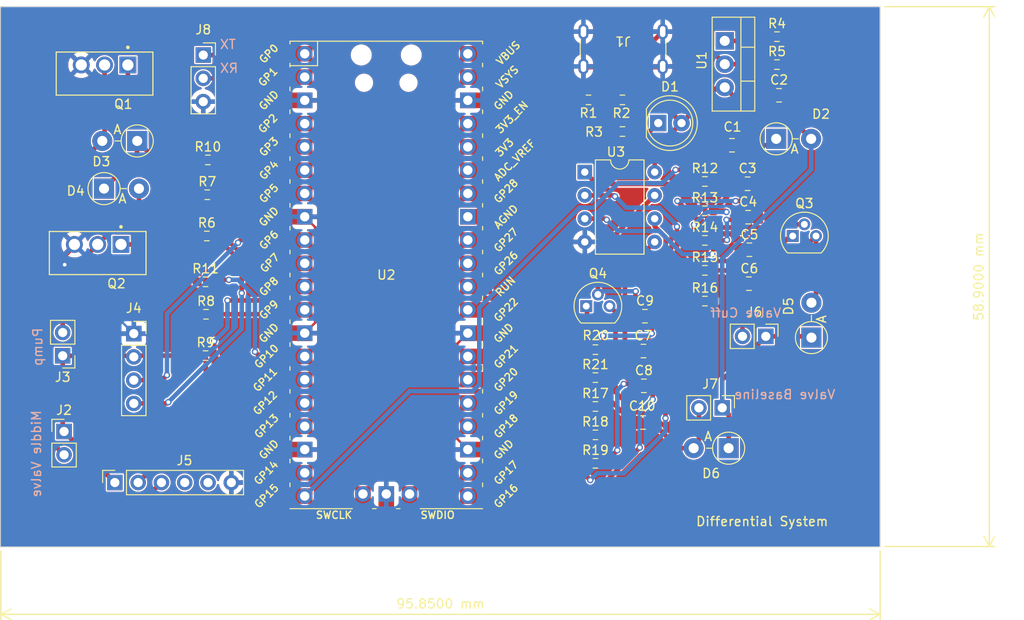
<source format=kicad_pcb>
(kicad_pcb (version 20221018) (generator pcbnew)
  (layers (0 "F.Cu" signal) (31 "B.Cu" signal) (34 "B.Paste" user) (35 "F.Paste" user) (36 "B.SilkS" user "B.Silkscreen") (37 "F.SilkS" user "F.Silkscreen") (38 "B.Mask" user) (39 "F.Mask" user) (44 "Edge.Cuts" user))
  (net 0 "")
  (net 1 "+5V")
  (net 2 "GND")
  (net 3 "+3.3V")
  (net 4 "Net-(C3-Pad1)")
  (net 5 "Net-(C3-Pad2)")
  (net 6 "Net-(U3A-+)")
  (net 7 "Net-(Q3-B)")
  (net 8 "Net-(U3A--)")
  (net 9 "Net-(D5-A)")
  (net 10 "Net-(Q3-E)")
  (net 11 "Net-(C7-Pad1)")
  (net 12 "Net-(C7-Pad2)")
  (net 13 "Net-(U3B-+)")
  (net 14 "Net-(Q4-B)")
  (net 15 "Net-(U3B--)")
  (net 16 "Net-(D6-A)")
  (net 17 "Net-(Q4-E)")
  (net 18 "Net-(D1-K)")
  (net 19 "Net-(D3-A)")
  (net 20 "Net-(D4-A)")
  (net 21 "Net-(J1-CC1)")
  (net 22 "Net-(J1-CC2)")
  (net 23 "/SDA1")
  (net 24 "/SCL1")
  (net 25 "/SDA0")
  (net 26 "/SCL0")
  (net 29 "/TX")
  (net 30 "/RX")
  (net 31 "Net-(Q1-G)")
  (net 32 "Net-(Q2-G)")
  (net 33 "Net-(U1-ADJ)")
  (net 34 "/Middle_Valve")
  (net 35 "/Pump")
  (net 36 "Cuff_Valve")
  (net 37 "Baseline_Valve")
  (footprint "Resistor_SMD:R_0603_1608Metric_Pad0.98x0.95mm_HandSolder" (layer "F.Cu") (at 214.96 134.52)
    (fp_text reference "R17")
    (fp_text value "100k")
  )
  (footprint "Capacitor_SMD:C_0805_2012Metric_Pad1.18x1.45mm_HandSolder" (layer "F.Cu") (at 234.985 100.57)
    (fp_text reference "C2")
    (fp_text value "1u")
  )
  (footprint "Resistor_SMD:R_0603_1608Metric_Pad0.98x0.95mm_HandSolder" (layer "F.Cu") (at 226.8975 119.67)
    (fp_text reference "R15")
    (fp_text value "100k")
  )
  (footprint "IRLZ44N:TO254P1054X469X1930-3" (layer "F.Cu") (at 160.7 117.78 180)
    (fp_text reference "Q2")
    (fp_text value "IRLIZ44N")
  )
  (footprint "Capacitor_SMD:C_0805_2012Metric_Pad1.18x1.45mm_HandSolder" (layer "F.Cu") (at 231.61 113.87)
    (fp_text reference "C4")
    (fp_text value "100n")
  )
  (footprint "Resistor_SMD:R_0603_1608Metric_Pad0.98x0.95mm_HandSolder" (layer "F.Cu") (at 214.96 140.72)
    (fp_text reference "R19")
    (fp_text value "100k")
  )
  (footprint "Resistor_SMD:R_0603_1608Metric_Pad0.98x0.95mm_HandSolder" (layer "F.Cu") (at 226.8975 116.4)
    (fp_text reference "R14")
    (fp_text value "100k")
  )
  (footprint "Diode_THT:D_DO-41_SOD81_P3.81mm_Vertical_AnodeUp" (layer "F.Cu") (at 234.667818 105.32)
    (fp_text reference "D2")
    (fp_text value "1N4002")
  )
  (footprint "Connector_PinHeader_2.54mm:PinHeader_1x02_P2.54mm_Vertical" (layer "F.Cu") (at 156.885 128.99 180)
    (fp_text reference "J3")
    (fp_text value "Pump")
  )
  (footprint "Connector_PinSocket_2.54mm:PinSocket_1x06_P2.54mm_Vertical" (layer "F.Cu") (at 162.57 142.82 90)
    (fp_text reference "J5")
    (fp_text value "Sensor_HX")
  )
  (footprint "Resistor_SMD:R_0603_1608Metric_Pad0.98x0.95mm_HandSolder" (layer "F.Cu") (at 214.205 101.07 180)
    (fp_text reference "R1")
    (fp_text value "5.1k")
  )
  (footprint "Package_TO_SOT_THT:TO-92" (layer "F.Cu") (at 236.47 115.92)
    (fp_text reference "Q3")
    (fp_text value "2N2222A")
  )
  (footprint "Connector_USB:USB_C_Receptacle_GCT_USB4125-xx-x-0190_6P_TopMnt_Horizontal" (layer "F.Cu") (at 217.975 94.42 180)
    (fp_text reference "J1")
    (fp_text value "USB_C_Receptacle_PowerOnly_6P")
  )
  (footprint "Connector_PinSocket_2.54mm:PinSocket_1x04_P2.54mm_Vertical" (layer "F.Cu") (at 164.635 126.57)
    (fp_text reference "J4")
    (fp_text value "Sensor_AMS")
  )
  (footprint "Resistor_SMD:R_0603_1608Metric_Pad0.98x0.95mm_HandSolder" (layer "F.Cu") (at 234.755 94.17)
    (fp_text reference "R4")
    (fp_text value "390")
  )
  (footprint "LED_THT:LED_D5.0mm" (layer "F.Cu") (at 221.81 103.6)
    (fp_text reference "D1")
    (fp_text value "LED")
  )
  (footprint "Capacitor_SMD:C_0805_2012Metric_Pad1.18x1.45mm_HandSolder" (layer "F.Cu") (at 231.7475 117.42 180)
    (fp_text reference "C5")
    (fp_text value "100n")
  )
  (footprint "MCU_RaspberryPi_and_Boards:RPi_Pico_SMD_TH" (layer "F.Cu") (at 192.16 120.17)
    (fp_text reference "U2")
    (fp_text value "Pico")
  )
  (footprint "Resistor_SMD:R_0603_1608Metric_Pad0.98x0.95mm_HandSolder" (layer "F.Cu") (at 226.8975 109.97)
    (fp_text reference "R12")
    (fp_text value "100k")
  )
  (footprint "Resistor_SMD:R_0603_1608Metric_Pad0.98x0.95mm_HandSolder" (layer "F.Cu") (at 226.8975 113.17)
    (fp_text reference "R13")
    (fp_text value "33k")
  )
  (footprint "Capacitor_SMD:C_0805_2012Metric_Pad1.18x1.45mm_HandSolder" (layer "F.Cu") (at 220.36 124.67)
    (fp_text reference "C9")
    (fp_text value "100n")
  )
  (footprint "Capacitor_SMD:C_0805_2012Metric_Pad1.18x1.45mm_HandSolder" (layer "F.Cu") (at 220.16 136.27 180)
    (fp_text reference "C10")
    (fp_text value "0.1u")
  )
  (footprint "Resistor_SMD:R_0603_1608Metric_Pad0.98x0.95mm_HandSolder" (layer "F.Cu") (at 214.96 137.62)
    (fp_text reference "R18")
    (fp_text value "33k")
  )
  (footprint "Package_TO_SOT_THT:TO-92" (layer "F.Cu") (at 213.96 123.57)
    (fp_text reference "Q4")
    (fp_text value "2N2222A")
  )
  (footprint "Resistor_SMD:R_0603_1608Metric_Pad0.98x0.95mm_HandSolder" (layer "F.Cu") (at 217.905 101.07)
    (fp_text reference "R2")
    (fp_text value "5.1k")
  )
  (footprint "Resistor_SMD:R_0603_1608Metric_Pad0.98x0.95mm_HandSolder" (layer "F.Cu") (at 214.96 128.32 180)
    (fp_text reference "R20")
    (fp_text value "100k")
  )
  (footprint "Resistor_SMD:R_0603_1608Metric_Pad0.98x0.95mm_HandSolder" (layer "F.Cu") (at 172.5975 115.92)
    (fp_text reference "R6")
    (fp_text value "4.7k")
  )
  (footprint "Resistor_SMD:R_0603_1608Metric_Pad0.98x0.95mm_HandSolder" (layer "F.Cu") (at 172.6475 111.42)
    (fp_text reference "R7")
    (fp_text value "4.7k")
  )
  (footprint "Resistor_SMD:R_0603_1608Metric_Pad0.98x0.95mm_HandSolder" (layer "F.Cu") (at 172.51 124.46)
    (fp_text reference "R8")
    (fp_text value "4.7k")
  )
  (footprint "Resistor_SMD:R_0603_1608Metric_Pad0.98x0.95mm_HandSolder" (layer "F.Cu") (at 217.905 104.52)
    (fp_text reference "R3")
    (fp_text value "2.52k")
  )
  (footprint "Diode_THT:D_DO-41_SOD81_P3.81mm_Vertical_AnodeUp" (layer "F.Cu") (at 229.482183 139.07 180)
    (fp_text reference "D6")
    (fp_text value "1N4002")
  )
  (footprint "Connector_PinHeader_2.54mm:PinHeader_1x02_P2.54mm_Vertical" (layer "F.Cu") (at 228.785 134.67 -90)
    (fp_text reference "J7")
    (fp_text value "Valve_Baseline")
  )
  (footprint "Resistor_SMD:R_0603_1608Metric_Pad0.98x0.95mm_HandSolder" (layer "F.Cu") (at 172.46 128.97)
    (fp_text reference "R9")
    (fp_text value "4.7k")
  )
  (footprint "Capacitor_SMD:C_0805_2012Metric_Pad1.18x1.45mm_HandSolder" (layer "F.Cu") (at 231.5525 110.22)
    (fp_text reference "C3")
    (fp_text value "1u")
  )
  (footprint "Package_TO_SOT_THT:TO-220-3_Vertical" (layer "F.Cu") (at 229.06 94.63 -90)
    (fp_text reference "U1")
    (fp_text value "LM317")
  )
  (footprint "Capacitor_SMD:C_0805_2012Metric_Pad1.18x1.45mm_HandSolder" (layer "F.Cu") (at 229.855 106.02 180)
    (fp_text reference "C1")
    (fp_text value "0.1u")
  )
  (footprint "Connector_PinHeader_2.54mm:PinHeader_1x02_P2.54mm_Vertical" (layer "F.Cu") (at 233.535 126.87 -90)
    (fp_text reference "J6")
    (fp_text value "Valve_Cuff")
  )
  (footprint "IRLZ44N:TO254P1054X469X1930-3" (layer "F.Cu") (at 161.45 98.2 180)
    (fp_text reference "Q1")
    (fp_text value "IRLIZ44N")
  )
  (footprint "Connector_PinHeader_2.54mm:PinHeader_1x02_P2.54mm_Vertical" (layer "F.Cu") (at 157.035 137.25)
    (fp_text reference "J2")
    (fp_text value "Middle_Valve")
  )
  (footprint "Resistor_SMD:R_0603_1608Metric_Pad0.98x0.95mm_HandSolder" (layer "F.Cu") (at 172.71 107.62)
    (fp_text reference "R10")
    (fp_text value "1k")
  )
  (footprint "Resistor_SMD:R_0603_1608Metric_Pad0.98x0.95mm_HandSolder" (layer "F.Cu") (at 172.46 120.92)
    (fp_text reference "R11")
    (fp_text value "1k")
  )
  (footprint "Diode_THT:D_DO-41_SOD81_P3.81mm_Vertical_AnodeUp" (layer "F.Cu") (at 238.51 127.007183 90)
    (fp_text reference "D5")
    (fp_text value "1N4002")
  )
  (footprint "Diode_THT:D_DO-41_SOD81_P3.81mm_Vertical_AnodeUp" (layer "F.Cu") (at 161.39 110.75)
    (fp_text reference "D4")
    (fp_text value "1N4002")
  )
  (footprint "Package_DIP:DIP-8_W7.62mm" (layer "F.Cu") (at 213.8 108.95)
    (fp_text reference "U3")
    (fp_text value "NJM2114")
  )
  (footprint "Resistor_SMD:R_0603_1608Metric_Pad0.98x0.95mm_HandSolder" (layer "F.Cu") (at 214.96 131.37)
    (fp_text reference "R21")
    (fp_text value "10")
  )
  (footprint "Connector_PinSocket_2.54mm:PinSocket_1x03_P2.54mm_Vertical" (layer "F.Cu") (at 172.21 96.18)
    (fp_text reference "J8")
    (fp_text value "UART")
  )
  (footprint "Resistor_SMD:R_0603_1608Metric_Pad0.98x0.95mm_HandSolder" (layer "F.Cu") (at 234.755 97.22)
    (fp_text reference "R5")
    (fp_text value "240")
  )
  (footprint "Capacitor_SMD:C_0805_2012Metric_Pad1.18x1.45mm_HandSolder" (layer "F.Cu") (at 231.6975 121.12 180)
    (fp_text reference "C6")
    (fp_text value "0.1u")
  )
  (footprint "Capacitor_SMD:C_0805_2012Metric_Pad1.18x1.45mm_HandSolder" (layer "F.Cu") (at 220.1975 128.47)
    (fp_text reference "C7")
    (fp_text value "1u")
  )
  (footprint "Resistor_SMD:R_0603_1608Metric_Pad0.98x0.95mm_HandSolder" (layer "F.Cu") (at 226.8975 123.02)
    (fp_text reference "R16")
    (fp_text value "10")
  )
  (footprint "Capacitor_SMD:C_0805_2012Metric_Pad1.18x1.45mm_HandSolder" (layer "F.Cu") (at 220.2475 132.27)
    (fp_text reference "C8")
    (fp_text value "100n")
  )
  (footprint "Diode_THT:D_DO-41_SOD81_P3.81mm_Vertical_AnodeUp" (layer "F.Cu") (at 165.01 105.55 180)
    (fp_text reference "D3")
    (fp_text value "1N4002")
  )
  (gr_rect (start 150.1 90.9) (end 246 149.85) (stroke (width 0.1)) (fill none) (layer "Edge.Cuts"))
  (gr_text "TX" (at 175.85 95.6) (layer "B.SilkS") (effects (font (size 1 1)) (justify left bottom mirror)))
  (gr_text "Middle Valve" (at 154.6 134.85 90) (layer "B.SilkS") (effects (font (size 1 1)) (justify left bottom mirror)))
  (gr_text "RX" (at 176.1 98.2) (layer "B.SilkS") (effects (font (size 1 1)) (justify left bottom mirror)))
  (gr_text "Valve Baseline " (at 241.2 133.8) (layer "B.SilkS") (effects (font (size 1 1)) (justify left bottom mirror)))
  (gr_text "Valve Cuff" (at 235.3 124.9) (layer "B.SilkS") (effects (font (size 1 1)) (justify left bottom mirror)))
  (gr_text "Pump" (at 154.75 125.85 90) (layer "B.SilkS") (effects (font (size 1 1)) (justify left bottom mirror)))
  (gr_text "Differential System" (at 225.85 147.65) (layer "F.SilkS") (effects (font (size 1 1)) (justify left bottom)))
  (dimension (type aligned) (layer "F.SilkS") (pts (xy 150.15 149.8) (xy 246 149.8)) (height 7.4) (gr_text "95.8500 mm" (at 198.075 156.05) (layer "F.SilkS") (effects (font (size 1 1) (thickness 0.15)))) (format (prefix "") (suffix "") (units 3) (units_format 1) (precision 4)) (style (thickness 0.15) (arrow_length 1.27) (text_position_mode 0) (extension_height 0.58642) (extension_offset 0.5) keep_text_aligned))
  (dimension (type aligned) (layer "F.SilkS") (pts (xy 246 90.9) (xy 246 149.8)) (height -11.9) (gr_text "58.9000 mm" (at 256.75 120.35 90) (layer "F.SilkS") (effects (font (size 1 1) (thickness 0.15)))) (format (prefix "") (suffix "") (units 3) (units_format 1) (precision 4)) (style (thickness 0.15) (arrow_length 1.27) (text_position_mode 0) (extension_height 0.58642) (extension_offset 0.5) keep_text_aligned))
  (segment (start 221.42 106.52) (end 224.37 103.57) (width 0.5) (layer "F.Cu") (net 1))
  (segment (start 216.455 96.9) (end 216.855 96.5) (width 0.5) (layer "F.Cu") (net 1))
  (segment (start 230.8925 106.02) (end 230.8925 101.5425) (width 0.5) (layer "F.Cu") (net 1))
  (segment (start 228.24 99.71) (end 224.35 103.6) (width 0.5) (layer "F.Cu") (net 1))
  (segment (start 216.455 97.5) (end 216.455 96.9) (width 0.5) (layer "F.Cu") (net 1))
  (segment (start 219.495 96.795) (end 219.495 97.5) (width 0.5) (layer "F.Cu") (net 1))
  (segment (start 228.23 99.71) (end 224.37 103.57) (width 0.5) (layer "F.Cu") (net 1))
  (segment (start 224.37 103.57) (end 219.495 98.695) (width 0.5) (layer "F.Cu") (net 1))
  (segment (start 219.495 98.695) (end 219.495 98.15) (width 0.5) (layer "F.Cu") (net 1))
  (segment (start 221.42 108.95) (end 221.42 106.52) (width 0.5) (layer "F.Cu") (net 1))
  (segment (start 219.495 98.15) (end 219.495 97.5) (width 0.5) (layer "F.Cu") (net 1))
  (segment (start 233.967818 106.02) (end 234.667818 105.32) (width 0.5) (layer "F.Cu") (net 1))
  (segment (start 219.2 96.5) (end 219.495 96.795) (width 0.5) (layer "F.Cu") (net 1))
  (segment (start 230.8925 106.02) (end 233.967818 106.02) (width 0.5) (layer "F.Cu") (net 1))
  (segment (start 224.35 103.6) (end 219.495 98.745) (width 0.5) (layer "F.Cu") (net 1))
  (segment (start 229.06 99.71) (end 228.23 99.71) (width 0.5) (layer "F.Cu") (net 1))
  (segment (start 219.495 98.745) (end 219.495 98.15) (width 0.5) (layer "F.Cu") (net 1))
  (segment (start 216.855 96.5) (end 219.2 96.5) (width 0.5) (layer "F.Cu") (net 1))
  (segment (start 229.06 99.71) (end 228.24 99.71) (width 0.5) (layer "F.Cu") (net 1))
  (segment (start 230.8925 101.5425) (end 229.06 99.71) (width 0.5) (layer "F.Cu") (net 1))
  (segment (start 220.725 97.5) (end 220.725 95.19) (width 0.5) (layer "F.Cu") (net 2))
  (segment (start 157.1 118.25) (end 157.1 119.05) (width 0.25) (layer "F.Cu") (net 2))
  (segment (start 220.725 95.19) (end 222.295 93.62) (width 0.5) (layer "F.Cu") (net 2))
  (segment (start 181.76 139.22) (end 183.27 139.22) (width 0.25) (layer "F.Cu") (net 2))
  (segment (start 172.21 101.26) (end 183.13 101.26) (width 0.25) (layer "F.Cu") (net 2))
  (segment (start 180.345 132.725) (end 179.96 132.34) (width 0.25) (layer "F.Cu") (net 2))
  (segment (start 183.27 113.82) (end 184.395 114.945) (width 0.25) (layer "F.Cu") (net 2))
  (segment (start 183.27 113.82) (end 181.22 113.82) (width 0.25) (layer "F.Cu") (net 2))
  (segment (start 201.05 126.52) (end 209.1975 126.52) (width 0.25) (layer "F.Cu") (net 2))
  (segment (start 194.845 132.725) (end 180.345 132.725) (width 0.25) (layer "F.Cu") (net 2))
  (segment (start 201.05 126.52) (end 194.845 132.725) (width 0.25) (layer "F.Cu") (net 2))
  (segment (start 179.96 137.42) (end 181.76 139.22) (width 0.25) (layer "F.Cu") (net 2))
  (segment (start 199.925 127.645) (end 199.925 138.095) (width 0.25) (layer "F.Cu") (net 2))
  (segment (start 183.27 113.82) (end 181.47 113.82) (width 0.25) (layer "F.Cu") (net 2))
  (segment (start 201.05 126.52) (end 199.925 127.645) (width 0.25) (layer "F.Cu") (net 2))
  (segment (start 179.96 132.34) (end 177.225 129.605) (width 0.25) (layer "F.Cu") (net 2))
  (segment (start 209.1975 126.52) (end 214.0475 131.37) (width 0.25) (layer "F.Cu") (net 2))
  (segment (start 177.225 129.605) (end 177.225 128.291116) (width 0.25) (layer "F.Cu") (net 2))
  (segment (start 183.13 101.26) (end 183.27 101.12) (width 0.25) (layer "F.Cu") (net 2))
  (segment (start 215.225 99.1375) (end 213.2925 101.07) (width 0.5) (layer "F.Cu") (net 2))
  (segment (start 158.3 117.05) (end 157.1 118.25) (width 0.25) (layer "F.Cu") (net 2))
  (segment (start 183.27 113.82) (end 181.76 113.82) (width 0.25) (layer "F.Cu") (net 2))
  (segment (start 222.215 97.5) (end 222.295 97.42) (width 0.5) (layer "F.Cu") (net 2))
  (segment (start 158.16 116.84) (end 158.16 116.91) (width 0.25) (layer "F.Cu") (net 2))
  (segment (start 215.225 97.5) (end 213.735 97.5) (width 0.5) (layer "F.Cu") (net 2))
  (segment (start 179.96 132.34) (end 179.96 137.42) (width 0.25) (layer "F.Cu") (net 2))
  (segment (start 215.225 97.5) (end 215.225 99.1375) (width 0.5) (layer "F.Cu") (net 2))
  (segment (start 213.735 97.5) (end 213.655 97.42) (width 0.5) (layer "F.Cu") (net 2))
  (segment (start 199.925 138.095) (end 201.05 139.22) (width 0.25) (layer "F.Cu") (net 2))
  (segment (start 158.16 116.91) (end 158.3 117.05) (width 0.25) (layer "F.Cu") (net 2))
  (segment (start 178.996116 126.52) (end 183.27 126.52) (width 0.25) (layer "F.Cu") (net 2))
  (segment (start 184.395 125.395) (end 183.27 126.52) (width 0.25) (layer "F.Cu") (net 2))
  (segment (start 220.725 97.5) (end 222.215 97.5) (width 0.5) (layer "F.Cu") (net 2))
  (segment (start 184.395 114.945) (end 184.395 125.395) (width 0.25) (layer "F.Cu") (net 2))
  (segment (start 177.225 128.291116) (end 178.996116 126.52) (width 0.25) (layer "F.Cu") (net 2))
  (segment (start 183.27 113.82) (end 180.77 113.82) (width 0.25) (layer "F.Cu") (net 2))
  (via (at 157.1 119.05) (size 0.7) (drill 0.4) (layers "F.Cu" "B.Cu") (net 2))
  (segment (start 157.1 119.05) (end 164.62 126.57) (width 0.25) (layer "B.Cu") (net 2))
  (segment (start 164.62 126.57) (end 164.635 126.57) (width 0.25) (layer "B.Cu") (net 2))
  (segment (start 171.5975 128.92) (end 171.5475 128.97) (width 0.5) (layer "F.Cu") (net 3))
  (segment (start 172.735 107.111858) (end 174.936858 104.91) (width 0.5) (layer "F.Cu") (net 3))
  (segment (start 157.035 137.25) (end 157.035 137.285) (width 0.5) (layer "F.Cu") (net 3))
  (segment (start 229.06 97.17) (end 233.7925 97.17) (width 0.5) (layer "F.Cu") (net 3))
  (segment (start 164.515 128.99) (end 164.635 129.11) (width 0.5) (layer "F.Cu") (net 3))
  (segment (start 171.5975 124.46) (end 171.5975 128.92) (width 0.5) (layer "F.Cu") (net 3))
  (segment (start 223.84 91.95) (end 229.06 97.17) (width 0.5) (layer "F.Cu") (net 3))
  (segment (start 228.785 131.62) (end 233.535 126.87) (width 0.5) (layer "F.Cu") (net 3))
  (segment (start 229.482183 135.367183) (end 228.785 134.67) (width 0.5) (layer "F.Cu") (net 3))
  (segment (start 164.987183 107.152817) (end 161.39 110.75) (width 0.5) (layer "F.Cu") (net 3))
  (segment (start 174.170762 117.5) (end 173.465762 116.795) (width 0.5) (layer "F.Cu") (net 3))
  (segment (start 204.521497 104.91) (end 212.3 97.131497) (width 0.5) (layer "F.Cu") (net 3))
  (segment (start 174.936858 104.91) (end 204.521497 104.91) (width 0.5) (layer "F.Cu") (net 3))
  (segment (start 212.3 97.131497) (end 212.3 91.95) (width 0.5) (layer "F.Cu") (net 3))
  (segment (start 233.535 126.87) (end 238.372817 126.87) (width 0.5) (layer "F.Cu") (net 3))
  (segment (start 164.775 128.97) (end 164.635 129.11) (width 0.5) (layer "F.Cu") (net 3))
  (segment (start 233.7925 97.17) (end 233.8425 97.22) (width 0.5) (layer "F.Cu") (net 3))
  (segment (start 171.735 111.42) (end 170.857183 111.42) (width 0.5) (layer "F.Cu") (net 3))
  (segment (start 172.435 117.5) (end 172.435 123.6225) (width 0.5) (layer "F.Cu") (net 3))
  (segment (start 171.685 111.47) (end 171.735 111.42) (width 0.5) (layer "F.Cu") (net 3))
  (segment (start 156.885 128.99) (end 156.885 137.1) (width 0.5) (layer "F.Cu") (net 3))
  (segment (start 172.735 108.128142) (end 172.735 107.111858) (width 0.5) (layer "F.Cu") (net 3))
  (segment (start 157.035 137.285) (end 162.57 142.82) (width 0.5) (layer "F.Cu") (net 3))
  (segment (start 171.685 115.92) (end 171.685 111.47) (width 0.5) (layer "F.Cu") (net 3))
  (segment (start 156.885 137.1) (end 157.035 137.25) (width 0.5) (layer "F.Cu") (net 3))
  (segment (start 172.6225 116.428142) (end 172.6225 108.240642) (width 0.5) (layer "F.Cu") (net 3))
  (segment (start 233.9475 100.789682) (end 233.9475 100.57) (width 0.5) (layer "F.Cu") (net 3))
  (segment (start 233.8425 97.22) (end 233.8425 100.465) (width 0.5) (layer "F.Cu") (net 3))
  (segment (start 212.3 91.95) (end 223.84 91.95) (width 0.5) (layer "F.Cu") (net 3))
  (segment (start 173.465762 116.795) (end 172.989358 116.795) (width 0.5) (layer "F.Cu") (net 3))
  (segment (start 238.372817 126.87) (end 238.51 127.007183) (width 0.5) (layer "F.Cu") (net 3))
  (segment (start 171.5475 128.97) (end 164.775 128.97) (width 0.5) (layer "F.Cu") (net 3))
  (segment (start 172.435 117.5) (end 174.170762 117.5) (width 0.5) (layer "F.Cu") (net 3))
  (segment (start 164.987183 105.55) (end 164.987183 107.152817) (width 0.5) (layer "F.Cu") (net 3))
  (segment (start 170.857183 111.42) (end 164.987183 105.55) (width 0.5) (layer "F.Cu") (net 3))
  (segment (start 228.785 134.67) (end 228.785 131.62) (width 0.5) (layer "F.Cu") (net 3))
  (segment (start 233.8425 100.465) (end 233.9475 100.57) (width 0.5) (layer "F.Cu") (net 3))
  (segment (start 172.435 123.6225) (end 171.5975 124.46) (width 0.5) (layer "F.Cu") (net 3))
  (segment (start 229.482183 139.07) (end 229.482183 135.367183) (width 0.5) (layer "F.Cu") (net 3))
  (segment (start 238.477818 105.32) (end 233.9475 100.789682) (width 0.5) (layer "F.Cu") (net 3))
  (segment (start 172.6225 108.240642) (end 172.735 108.128142) (width 0.5) (layer "F.Cu") (net 3))
  (segment (start 171.685 115.92) (end 172.435 116.67) (width 0.5) (layer "F.Cu") (net 3))
  (segment (start 156.885 128.99) (end 164.515 128.99) (width 0.5) (layer "F.Cu") (net 3))
  (segment (start 172.435 116.67) (end 172.435 117.5) (width 0.5) (layer "F.Cu") (net 3))
  (segment (start 172.989358 116.795) (end 172.6225 116.428142) (width 0.5) (layer "F.Cu") (net 3))
  (segment (start 228.785 134.67) (end 228.785 118.365) (width 0.5) (layer "B.Cu") (net 3))
  (segment (start 228.785 118.365) (end 238.477818 108.672182) (width 0.5) (layer "B.Cu") (net 3))
  (segment (start 238.477818 108.672182) (end 238.477818 105.32) (width 0.5) (layer "B.Cu") (net 3))
  (segment (start 225.7 114.7) (end 225.7 116.115) (width 0.5) (layer "F.Cu") (net 4))
  (segment (start 230.515 110.465) (end 227.81 113.17) (width 0.5) (layer "F.Cu") (net 4))
  (segment (start 227.81 113.17) (end 229.12 113.17) (width 0.5) (layer "F.Cu") (net 4))
  (segment (start 229.12 113.17) (end 229.25 113.3) (width 0.5) (layer "F.Cu") (net 4))
  (segment (start 230.265 109.97) (end 230.515 110.22) (width 0.5) (layer "F.Cu") (net 4))
  (segment (start 230.515 110.22) (end 230.515 110.465) (width 0.5) (layer "F.Cu") (net 4))
  (segment (start 227.81 109.97) (end 230.265 109.97) (width 0.5) (layer "F.Cu") (net 4))
  (segment (start 225.7 116.115) (end 225.985 116.4) (width 0.5) (layer "F.Cu") (net 4))
  (via (at 229.25 113.3) (size 0.7) (drill 0.4) (layers "F.Cu" "B.Cu") (net 4))
  (via (at 225.7 114.7) (size 0.7) (drill 0.4) (layers "F.Cu" "B.Cu") (net 4))
  (segment (start 229.25 113.3) (end 227.1 113.3) (width 0.5) (layer "B.Cu") (net 4))
  (segment (start 227.1 113.3) (end 225.7 114.7) (width 0.5) (layer "B.Cu") (net 4))
  (segment (start 232.59 112.1) (end 232.59 113.8125) (width 0.5) (layer "F.Cu") (net 5))
  (segment (start 230.25 112.1) (end 232.59 112.1) (width 0.5) (layer "F.Cu") (net 5))
  (segment (start 232.59 110.22) (end 232.59 112.1) (width 0.5) (layer "F.Cu") (net 5))
  (segment (start 232.59 113.8125) (end 232.6475 113.87) (width 0.5) (layer "F.Cu") (net 5))
  (segment (start 225.985 113.17) (end 224.97 113.17) (width 0.5) (layer "F.Cu") (net 5))
  (segment (start 224.97 113.17) (end 223.9 112.1) (width 0.5) (layer "F.Cu") (net 5))
  (via (at 223.9 112.1) (size 0.7) (drill 0.4) (layers "F.Cu" "B.Cu") (net 5))
  (via (at 230.25 112.1) (size 0.7) (drill 0.4) (layers "F.Cu" "B.Cu") (net 5))
  (segment (start 223.9 112.1) (end 230.25 112.1) (width 0.5) (layer "B.Cu") (net 5))
  (segment (start 216.08 114.03) (end 216.2 114.15) (width 0.5) (layer "F.Cu") (net 6))
  (segment (start 227.81 117.79) (end 227.81 116.4) (width 0.5) (layer "F.Cu") (net 6))
  (segment (start 230.292997 114.149503) (end 230.5725 113.87) (width 0.5) (layer "F.Cu") (net 6))
  (segment (start 213.8 114.03) (end 216.08 114.03) (width 0.5) (layer "F.Cu") (net 6))
  (segment (start 227.81 116.4) (end 229.25 116.4) (width 0.5) (layer "F.Cu") (net 6))
  (segment (start 227.7 117.9) (end 227.81 117.79) (width 0.5) (layer "F.Cu") (net 6))
  (segment (start 229.25 114.149503) (end 230.292997 114.149503) (width 0.5) (layer "F.Cu") (net 6))
  (segment (start 229.25 116.4) (end 229.3 116.35) (width 0.5) (layer "F.Cu") (net 6))
  (via (at 227.7 117.9) (size 0.7) (drill 0.4) (layers "F.Cu" "B.Cu") (net 6))
  (via (at 229.25 114.149503) (size 0.7) (drill 0.4) (layers "F.Cu" "B.Cu") (net 6))
  (via (at 216.2 114.15) (size 0.7) (drill 0.4) (layers "F.Cu" "B.Cu") (net 6))
  (via (at 229.3 116.35) (size 0.7) (drill 0.4) (layers "F.Cu" "B.Cu") (net 6))
  (segment (start 227.7 117.9) (end 224.447057 117.9) (width 0.5) (layer "B.Cu") (net 6))
  (segment (start 229.3 116.35) (end 229.3 114.199503) (width 0.5) (layer "B.Cu") (net 6))
  (segment (start 217.42 115.37) (end 216.2 114.15) (width 0.5) (layer "B.Cu") (net 6))
  (segment (start 224.447057 117.9) (end 221.917057 115.37) (width 0.5) (layer "B.Cu") (net 6))
  (segment (start 229.3 114.199503) (end 229.25 114.149503) (width 0.5) (layer "B.Cu") (net 6))
  (segment (start 221.917057 115.37) (end 217.42 115.37) (width 0.5) (layer "B.Cu") (net 6))
  (segment (start 228.239358 114.995) (end 230.36 114.995) (width 0.5) (layer "F.Cu") (net 7))
  (segment (start 226.9225 113.678142) (end 228.239358 114.995) (width 0.5) (layer "F.Cu") (net 7))
  (segment (start 213.8 108.95) (end 215.1 110.25) (width 0.5) (layer "F.Cu") (net 7))
  (segment (start 230.36 114.995) (end 232.785 117.42) (width 0.5) (layer "F.Cu") (net 7))
  (segment (start 226.9225 112.661858) (end 226.9225 113.678142) (width 0.5) (layer "F.Cu") (net 7))
  (segment (start 224.510642 110.25) (end 226.9225 112.661858) (width 0.5) (layer "F.Cu") (net 7))
  (segment (start 232.785 117.42) (end 235.555 114.65) (width 0.5) (layer "F.Cu") (net 7))
  (segment (start 235.555 114.65) (end 237.74 114.65) (width 0.5) (layer "F.Cu") (net 7))
  (segment (start 215.1 110.25) (end 224.510642 110.25) (width 0.5) (layer "F.Cu") (net 7))
  (segment (start 227.005 118.65) (end 225.985 119.67) (width 0.5) (layer "F.Cu") (net 8))
  (segment (start 223.85 114.9) (end 223.85 117.535) (width 0.5) (layer "F.Cu") (net 8))
  (segment (start 216.99 111.49) (end 217.1 111.6) (width 0.5) (layer "F.Cu") (net 8))
  (segment (start 213.8 111.49) (end 216.99 111.49) (width 0.5) (layer "F.Cu") (net 8))
  (segment (start 223.85 117.535) (end 225.985 119.67) (width 0.5) (layer "F.Cu") (net 8))
  (segment (start 230.71 117.42) (end 229.48 118.65) (width 0.5) (layer "F.Cu") (net 8))
  (segment (start 229.48 118.65) (end 227.005 118.65) (width 0.5) (layer "F.Cu") (net 8))
  (via (at 223.85 114.9) (size 0.7) (drill 0.4) (layers "F.Cu" "B.Cu") (net 8))
  (via (at 217.1 111.6) (size 0.7) (drill 0.4) (layers "F.Cu" "B.Cu") (net 8))
  (segment (start 218.33 112.83) (end 221.917057 112.83) (width 0.5) (layer "B.Cu") (net 8))
  (segment (start 221.917057 112.83) (end 223.85 114.762943) (width 0.5) (layer "B.Cu") (net 8))
  (segment (start 223.85 114.762943) (end 223.85 114.9) (width 0.5) (layer "B.Cu") (net 8))
  (segment (start 217.1 111.6) (end 218.33 112.83) (width 0.5) (layer "B.Cu") (net 8))
  (segment (start 233.81 121.12) (end 239.01 115.92) (width 0.5) (layer "F.Cu") (net 9))
  (segment (start 232.735 121.12) (end 233.81 121.12) (width 0.5) (layer "F.Cu") (net 9))
  (segment (start 230.995 126.87) (end 230.995 122.86) (width 0.5) (layer "F.Cu") (net 9))
  (segment (start 239.01 115.92) (end 239.01 122.697183) (width 0.5) (layer "F.Cu") (net 9))
  (segment (start 239.01 122.697183) (end 238.51 123.197183) (width 0.5) (layer "F.Cu") (net 9))
  (segment (start 230.995 122.86) (end 232.735 121.12) (width 0.5) (layer "F.Cu") (net 9))
  (segment (start 227.81 119.67) (end 229.21 119.67) (width 0.5) (layer "F.Cu") (net 10))
  (segment (start 230.996334 121.12) (end 236.196334 115.92) (width 0.5) (layer "F.Cu") (net 10))
  (segment (start 230.66 121.12) (end 230.996334 121.12) (width 0.5) (layer "F.Cu") (net 10))
  (segment (start 227.81 119.67) (end 227.81 123.02) (width 0.5) (layer "F.Cu") (net 10))
  (segment (start 236.196334 115.92) (end 236.47 115.92) (width 0.5) (layer "F.Cu") (net 10))
  (segment (start 229.21 119.67) (end 230.66 121.12) (width 0.5) (layer "F.Cu") (net 10))
  (segment (start 215.8725 134.52) (end 215.8725 137.62) (width 0.5) (layer "F.Cu") (net 11))
  (segment (start 222.6 128.096334) (end 222.6 135.8) (width 0.5) (layer "F.Cu") (net 11))
  (segment (start 221.848666 127.345) (end 222.6 128.096334) (width 0.5) (layer "F.Cu") (net 11))
  (segment (start 220.285 127.345) (end 221.848666 127.345) (width 0.5) (layer "F.Cu") (net 11))
  (segment (start 215.8725 138.895) (end 214.0475 140.72) (width 0.5) (layer "F.Cu") (net 11))
  (segment (start 215.8725 137.62) (end 215.8725 138.895) (width 0.5) (layer "F.Cu") (net 11))
  (segment (start 214.0475 142.1975) (end 214.4 142.55) (width 0.5) (layer "F.Cu") (net 11))
  (segment (start 214.0475 140.72) (end 214.0475 142.1975) (width 0.5) (layer "F.Cu") (net 11))
  (segment (start 219.16 128.47) (end 220.285 127.345) (width 0.5) (layer "F.Cu") (net 11))
  (via (at 222.6 135.8) (size 0.7) (drill 0.4) (layers "F.Cu" "B.Cu") (net 11))
  (via (at 214.4 142.55) (size 0.7) (drill 0.4) (layers "F.Cu" "B.Cu") (net 11))
  (segment (start 222.6 137.260661) (end 222.6 135.8) (width 0.5) (layer "B.Cu") (net 11))
  (segment (start 215.15 141.8) (end 218.060661 141.8) (width 0.5) (layer "B.Cu") (net 11))
  (segment (start 218.060661 141.8) (end 222.6 137.260661) (width 0.5) (layer "B.Cu") (net 11))
  (segment (start 214.4 142.55) (end 215.15 141.8) (width 0.5) (layer "B.Cu") (net 11))
  (segment (start 213.16 138.5075) (end 213.16 143.700661) (width 0.5) (layer "F.Cu") (net 12))
  (segment (start 221.285 128.52) (end 221.235 128.47) (width 0.5) (layer "F.Cu") (net 12))
  (segment (start 213.16 143.700661) (end 215.099339 143.700661) (width 0.5) (layer "F.Cu") (net 12))
  (segment (start 221.2 133.75) (end 221.2 132.355) (width 0.5) (layer "F.Cu") (net 12))
  (segment (start 214.0475 137.62) (end 213.16 138.5075) (width 0.5) (layer "F.Cu") (net 12))
  (segment (start 221.2 132.355) (end 221.285 132.27) (width 0.5) (layer "F.Cu") (net 12))
  (segment (start 221.285 132.27) (end 221.285 128.52) (width 0.5) (layer "F.Cu") (net 12))
  (segment (start 215.099339 143.700661) (end 219.8 139) (width 0.5) (layer "F.Cu") (net 12))
  (via (at 219.8 139) (size 0.7) (drill 0.4) (layers "F.Cu" "B.Cu") (net 12))
  (via (at 221.2 133.75) (size 0.7) (drill 0.4) (layers "F.Cu" "B.Cu") (net 12))
  (segment (start 219.8 135.15) (end 221.2 133.75) (width 0.5) (layer "B.Cu") (net 12))
  (segment (start 219.8 139) (end 219.8 135.15) (width 0.5) (layer "B.Cu") (net 12))
  (segment (start 215.93 140.72) (end 217.35 139.3) (width 0.5) (layer "F.Cu") (net 13))
  (segment (start 218.1725 119.8175) (end 218.1725 131.2325) (width 0.5) (layer "F.Cu") (net 13))
  (segment (start 215.8725 140.72) (end 215.93 140.72) (width 0.5) (layer "F.Cu") (net 13))
  (segment (start 221.42 116.57) (end 218.1725 119.8175) (width 0.5) (layer "F.Cu") (net 13))
  (segment (start 218.043727 132.056273) (end 218.996273 132.056273) (width 0.5) (layer "F.Cu") (net 13))
  (segment (start 218.996273 132.056273) (end 219.21 132.27) (width 0.5) (layer "F.Cu") (net 13))
  (segment (start 218.1725 131.2325) (end 219.21 132.27) (width 0.5) (layer "F.Cu") (net 13))
  (via (at 217.35 139.3) (size 0.7) (drill 0.4) (layers "F.Cu" "B.Cu") (net 13))
  (via (at 218.043727 132.056273) (size 0.7) (drill 0.4) (layers "F.Cu" "B.Cu") (net 13))
  (segment (start 217.35 132.75) (end 218.043727 132.056273) (width 0.5) (layer "B.Cu") (net 13))
  (segment (start 217.35 139.3) (end 217.35 132.75) (width 0.5) (layer "B.Cu") (net 13))
  (segment (start 215.23 117.68) (end 215.23 122.3) (width 0.5) (layer "F.Cu") (net 14))
  (segment (start 219.3225 121.9775) (end 219.35 121.95) (width 0.5) (layer "F.Cu") (net 14))
  (segment (start 221.42 111.49) (end 215.23 117.68) (width 0.5) (layer "F.Cu") (net 14))
  (segment (start 219.3225 124.67) (end 219.3225 121.9775) (width 0.5) (layer "F.Cu") (net 14))
  (via (at 219.35 121.95) (size 0.7) (drill 0.4) (layers "F.Cu" "B.Cu") (net 14))
  (segment (start 219.35 121.95) (end 215.58 121.95) (width 0.5) (layer "B.Cu") (net 14))
  (segment (start 215.58 121.95) (end 215.23 122.3) (width 0.5) (layer "B.Cu") (net 14))
  (segment (start 221.42 114.872943) (end 222.62 116.072943) (width 0.5) (layer "F.Cu") (net 15))
  (segment (start 221.42 114.03) (end 221.42 114.872943) (width 0.5) (layer "F.Cu") (net 15))
  (segment (start 222.62 116.072943) (end 222.62 123.4475) (width 0.5) (layer "F.Cu") (net 15))
  (segment (start 222.62 123.4475) (end 221.3975 124.67) (width 0.5) (layer "F.Cu") (net 15))
  (segment (start 221.1 124.9675) (end 221.3975 124.67) (width 0.5) (layer "F.Cu") (net 15))
  (segment (start 215.8725 128.32) (end 215.8725 126.8725) (width 0.5) (layer "F.Cu") (net 15))
  (segment (start 221.1 126.55) (end 221.1 124.9675) (width 0.5) (layer "F.Cu") (net 15))
  (segment (start 215.8725 126.8725) (end 215.8 126.8) (width 0.5) (layer "F.Cu") (net 15))
  (via (at 215.8 126.8) (size 0.7) (drill 0.4) (layers "F.Cu" "B.Cu") (net 15))
  (via (at 221.1 126.55) (size 0.7) (drill 0.4) (layers "F.Cu" "B.Cu") (net 15))
  (segment (start 220.85 126.8) (end 221.1 126.55) (width 0.5) (layer "B.Cu") (net 15))
  (segment (start 215.8 126.8) (end 220.85 126.8) (width 0.5) (layer "B.Cu") (net 15))
  (segment (start 226.245 134.67) (end 226.245 138.497183) (width 0.5) (layer "F.Cu") (net 16))
  (segment (start 219.345 135.145) (end 217.149999 132.949999) (width 0.5) (layer "F.Cu") (net 16))
  (segment (start 217.149999 124.219999) (end 216.5 123.57) (width 0.5) (layer "F.Cu") (net 16))
  (segment (start 225.672183 139.07) (end 223.9975 139.07) (width 0.5) (layer "F.Cu") (net 16))
  (segment (start 223.9975 139.07) (end 221.1975 136.27) (width 0.5) (layer "F.Cu") (net 16))
  (segment (start 220.0725 135.145) (end 219.345 135.145) (width 0.5) (layer "F.Cu") (net 16))
  (segment (start 217.149999 132.949999) (end 217.149999 124.219999) (width 0.5) (layer "F.Cu") (net 16))
  (segment (start 221.1975 136.27) (end 220.0725 135.145) (width 0.5) (layer "F.Cu") (net 16))
  (segment (start 226.245 138.497183) (end 225.672183 139.07) (width 0.5) (layer "F.Cu") (net 16))
  (segment (start 214.0475 123.6575) (end 213.96 123.57) (width 0.5) (layer "F.Cu") (net 17))
  (segment (start 214.0475 128.32) (end 214.0475 123.6575) (width 0.5) (layer "F.Cu") (net 17))
  (segment (start 214.0475 128.32) (end 214.0475 129.545) (width 0.5) (layer "F.Cu") (net 17))
  (segment (start 215.8725 131.37) (end 215.8725 133.124358) (width 0.5) (layer "F.Cu") (net 17))
  (segment (start 219.018142 136.27) (end 219.1225 136.27) (width 0.5) (layer "F.Cu") (net 17))
  (segment (start 215.8725 133.124358) (end 219.018142 136.27) (width 0.5) (layer "F.Cu") (net 17))
  (segment (start 214.0475 129.545) (end 215.8725 131.37) (width 0.5) (layer "F.Cu") (net 17))
  (segment (start 220.88 104.52) (end 221.83 103.57) (width 0.5) (layer "F.Cu") (net 18))
  (segment (start 218.8175 104.52) (end 220.88 104.52) (width 0.5) (layer "F.Cu") (net 18))
  (segment (start 161.45 105.3) (end 161.2 105.55) (width 0.5) (layer "F.Cu") (net 19))
  (segment (start 157.035 139.79) (end 155.635 138.39) (width 0.5) (layer "F.Cu") (net 19))
  (segment (start 155.635 111.092183) (end 161.177183 105.55) (width 0.5) (layer "F.Cu") (net 19))
  (segment (start 155.635 138.39) (end 155.635 111.092183) (width 0.5) (layer "F.Cu") (net 19))
  (segment (start 161.45 105.277183) (end 161.177183 105.55) (width 0.5) (layer "F.Cu") (net 19))
  (segment (start 161.45 97.26) (end 161.45 105.3) (width 0.5) (layer "F.Cu") (net 19))
  (segment (start 156.885 120.655) (end 160.7 116.84) (width 0.5) (layer "F.Cu") (net 20))
  (segment (start 165.2 110.75) (end 165.2 112.34) (width 0.5) (layer "F.Cu") (net 20))
  (segment (start 156.885 126.45) (end 156.885 120.655) (width 0.5) (layer "F.Cu") (net 20))
  (segment (start 165.2 112.34) (end 160.7 116.84) (width 0.5) (layer "F.Cu") (net 20))
  (segment (start 218.475 99.5875) (end 218.475 97.5) (width 0.5) (layer "F.Cu") (net 21))
  (segment (start 216.9925 101.07) (end 218.475 99.5875) (width 0.5) (layer "F.Cu") (net 21))
  (segment (start 217.475 98.7125) (end 217.475 97.5) (width 0.5) (layer "F.Cu") (net 22))
  (segment (start 215.1175 101.07) (end 217.475 98.7125) (width 0.5) (layer "F.Cu") (net 22))
  (segment (start 173.56 111.42) (end 178.5 116.36) (width 0.5) (layer "F.Cu") (net 23))
  (segment (start 176 116.65) (end 176.29 116.36) (width 0.5) (layer "F.Cu") (net 23))
  (segment (start 176.29 116.36) (end 183.27 116.36) (width 0.5) (layer "F.Cu") (net 23))
  (segment (start 178.5 116.36) (end 183.27 116.36) (width 0.5) (layer "F.Cu") (net 23))
  (segment (start 164.635 131.65) (end 167.7 131.65) (width 0.5) (layer "F.Cu") (net 23))
  (segment (start 167.7 131.65) (end 168.25 131.1) (width 0.5) (layer "F.Cu") (net 23))
  (via (at 176 116.65) (size 0.7) (drill 0.4) (layers "F.Cu" "B.Cu") (net 23))
  (via (at 168.25 131.1) (size 0.7) (drill 0.4) (layers "F.Cu" "B.Cu") (net 23))
  (segment (start 168.25 131.1) (end 168.25 124.4) (width 0.5) (layer "B.Cu") (net 23))
  (segment (start 168.25 124.4) (end 176 116.65) (width 0.5) (layer "B.Cu") (net 23))
  (segment (start 164.635 134.19) (end 168.26 134.19) (width 0.5) (layer "F.Cu") (net 24))
  (segment (start 176.4 118.99) (end 176.49 118.9) (width 0.5) (layer "F.Cu") (net 24))
  (segment (start 176.4 122.15) (end 176.4 118.99) (width 0.5) (layer "F.Cu") (net 24))
  (segment (start 176.49 118.9) (end 183.27 118.9) (width 0.5) (layer "F.Cu") (net 24))
  (segment (start 173.51 115.92) (end 176.49 118.9) (width 0.5) (layer "F.Cu") (net 24))
  (segment (start 168.26 134.19) (end 168.4 134.05) (width 0.5) (layer "F.Cu") (net 24))
  (via (at 176.4 122.15) (size 0.7) (drill 0.4) (layers "F.Cu" "B.Cu") (net 24))
  (via (at 168.4 134.05) (size 0.7) (drill 0.4) (layers "F.Cu" "B.Cu") (net 24))
  (segment (start 168.4 134.05) (end 176.4 126.05) (width 0.5) (layer "B.Cu") (net 24))
  (segment (start 176.4 126.05) (end 176.4 122.15) (width 0.5) (layer "B.Cu") (net 24))
  (segment (start 173.4 128.9425) (end 173.3725 128.97) (width 0.5) (layer "F.Cu") (net 25))
  (segment (start 180 122.95) (end 174.85 122.95) (width 0.5) (layer "F.Cu") (net 25))
  (segment (start 183.27 121.44) (end 181.51 121.44) (width 0.5) (layer "F.Cu") (net 25))
  (segment (start 181.51 121.44) (end 180 122.95) (width 0.5) (layer "F.Cu") (net 25))
  (segment (start 165.11 142.82) (end 173.3725 134.5575) (width 0.5) (layer "F.Cu") (net 25))
  (segment (start 173.3725 134.5575) (end 173.3725 128.97) (width 0.5) (layer "F.Cu") (net 25))
  (segment (start 173.4 127.4) (end 173.4 128.9425) (width 0.5) (layer "F.Cu") (net 25))
  (via (at 173.4 127.4) (size 0.7) (drill 0.4) (layers "F.Cu" "B.Cu") (net 25))
  (via (at 174.85 122.95) (size 0.7) (drill 0.4) (layers "F.Cu" "B.Cu") (net 25))
  (segment (start 174.85 122.95) (end 174.85 125.95) (width 0.5) (layer "B.Cu") (net 25))
  (segment (start 174.85 125.95) (end 173.4 127.4) (width 0.5) (layer "B.Cu") (net 25))
  (segment (start 173.4225 124.46) (end 182.79 124.46) (width 0.5) (layer "F.Cu") (net 26))
  (segment (start 164.592233 144.07) (end 163.86 143.337767) (width 0.5) (layer "F.Cu") (net 26))
  (segment (start 172.485 133.677233) (end 172.485 125.3975) (width 0.5) (layer "F.Cu") (net 26))
  (segment (start 163.86 143.337767) (end 163.86 142.302233) (width 0.5) (layer "F.Cu") (net 26))
  (segment (start 182.79 124.46) (end 183.27 123.98) (width 0.5) (layer "F.Cu") (net 26))
  (segment (start 167.65 142.82) (end 166.4 144.07) (width 0.5) (layer "F.Cu") (net 26))
  (segment (start 163.86 142.302233) (end 172.485 133.677233) (width 0.5) (layer "F.Cu") (net 26))
  (segment (start 172.485 125.3975) (end 173.4225 124.46) (width 0.5) (layer "F.Cu") (net 26))
  (segment (start 166.4 144.07) (end 164.592233 144.07) (width 0.5) (layer "F.Cu") (net 26))
  (segment (start 172.21 96.18) (end 183.13 96.18) (width 0.5) (layer "F.Cu") (net 29))
  (segment (start 183.13 96.18) (end 183.27 96.04) (width 0.5) (layer "F.Cu") (net 29))
  (segment (start 172.21 98.72) (end 183.13 98.72) (width 0.5) (layer "F.Cu") (net 30))
  (segment (start 183.13 98.72) (end 183.27 98.58) (width 0.5) (layer "F.Cu") (net 30))
  (segment (start 163.99 99.8125) (end 171.7975 107.62) (width 0.5) (layer "F.Cu") (net 31))
  (segment (start 163.99 97.26) (end 163.99 99.8125) (width 0.5) (layer "F.Cu") (net 31))
  (segment (start 167.4675 116.84) (end 171.5475 120.92) (width 0.5) (layer "F.Cu") (net 32))
  (segment (start 163.24 116.84) (end 167.4675 116.84) (width 0.5) (layer "F.Cu") (net 32))
  (segment (start 233.3825 94.63) (end 233.8425 94.17) (width 0.5) (layer "F.Cu") (net 33))
  (segment (start 233.8425 94.17) (end 233.8425 95.395) (width 0.5) (layer "F.Cu") (net 33))
  (segment (start 233.8425 95.395) (end 235.6675 97.22) (width 0.5) (layer "F.Cu") (net 33))
  (segment (start 229.06 94.63) (end 233.3825 94.63) (width 0.5) (layer "F.Cu") (net 33))
  (segment (start 187.05 115.4) (end 187.05 127.82) (width 0.5) (layer "F.Cu") (net 34))
  (segment (start 187.05 107.49) (end 187.05 115.4) (width 0.5) (layer "F.Cu") (net 34))
  (segment (start 173.6225 107.62) (end 173.7525 107.49) (width 0.5) (layer "F.Cu") (net 34))
  (segment (start 187.05 127.82) (end 183.27 131.6) (width 0.5) (layer "F.Cu") (net 34))
  (segment (start 173.7525 107.49) (end 187.05 107.49) (width 0.5) (layer "F.Cu") (net 34))
  (segment (start 175 120.7) (end 173.5925 120.7) (width 0.5) (layer "F.Cu") (net 35))
  (segment (start 178.36 129.06) (end 177.85 128.55) (width 0.5) (layer "F.Cu") (net 35))
  (segment (start 183.27 129.06) (end 178.36 129.06) (width 0.5) (layer "F.Cu") (net 35))
  (segment (start 173.5925 120.7) (end 173.3725 120.92) (width 0.5) (layer "F.Cu") (net 35))
  (via (at 177.85 128.55) (size 0.7) (drill 0.4) (layers "F.Cu" "B.Cu") (net 35))
  (via (at 175 120.7) (size 0.7) (drill 0.4) (layers "F.Cu" "B.Cu") (net 35))
  (segment (start 177.85 128.55) (end 177.85 122.539339) (width 0.5) (layer "B.Cu") (net 35))
  (segment (start 177.85 122.539339) (end 176.010661 120.7) (width 0.5) (layer "B.Cu") (net 35))
  (segment (start 176.010661 120.7) (end 175 120.7) (width 0.5) (layer "B.Cu") (net 35))
  (segment (start 225.985 109.97) (end 224.715 108.7) (width 0.5) (layer "F.Cu") (net 36))
  (segment (start 224.715 108.7) (end 223.7 108.7) (width 0.5) (layer "F.Cu") (net 36))
  (via (at 223.7 108.7) (size 0.7) (drill 0.4) (layers "F.Cu" "B.Cu") (net 36))
  (segment (start 202.3 123.75) (end 202.3 132.117767) (width 0.5) (layer "B.Cu") (net 36))
  (segment (start 201.567767 132.85) (end 194.72 132.85) (width 0.5) (layer "B.Cu") (net 36))
  (segment (start 214.77 112.83) (end 213.22 112.83) (width 0.5) (layer "B.Cu") (net 36))
  (segment (start 222.25 110.15) (end 217.45 110.15) (width 0.5) (layer "B.Cu") (net 36))
  (segment (start 202.3 132.117767) (end 201.567767 132.85) (width 0.5) (layer "B.Cu") (net 36))
  (segment (start 194.72 132.85) (end 183.27 144.3) (width 0.5) (layer "B.Cu") (net 36))
  (segment (start 217.45 110.15) (end 214.77 112.83) (width 0.5) (layer "B.Cu") (net 36))
  (segment (start 213.22 112.83) (end 202.3 123.75) (width 0.5) (layer "B.Cu") (net 36))
  (segment (start 223.7 108.7) (end 222.25 110.15) (width 0.5) (layer "B.Cu") (net 36))
  (segment (start 204.2675 144.3) (end 214.0475 134.52) (width 0.5) (layer "F.Cu") (net 37))
  (segment (start 201.05 144.3) (end 204.2675 144.3) (width 0.5) (layer "F.Cu") (net 37))
  (zone (net 2) (net_name "GND") (layer "F.Cu") (connect_pads (clearance 0)) (min_thickness 0.25) (fill yes (thermal_gap 0.5) (thermal_bridge_width 0.5))
    (polygon (pts (xy 150.15 149.8) (xy 246 149.8) (xy 246 90.9) (xy 150.05 90.9) (xy 150.05 149.7)))
  )
  (zone (net 2) (net_name "GND") (layer "B.Cu") (connect_pads (clearance 0)) (min_thickness 0.25) (fill yes (thermal_gap 0.5) (thermal_bridge_width 0.5))
    (polygon (pts (xy 150.15 149.8) (xy 246 149.8) (xy 246 90.9) (xy 150.05 90.9) (xy 150.05 149.7)))
  )
)
</source>
